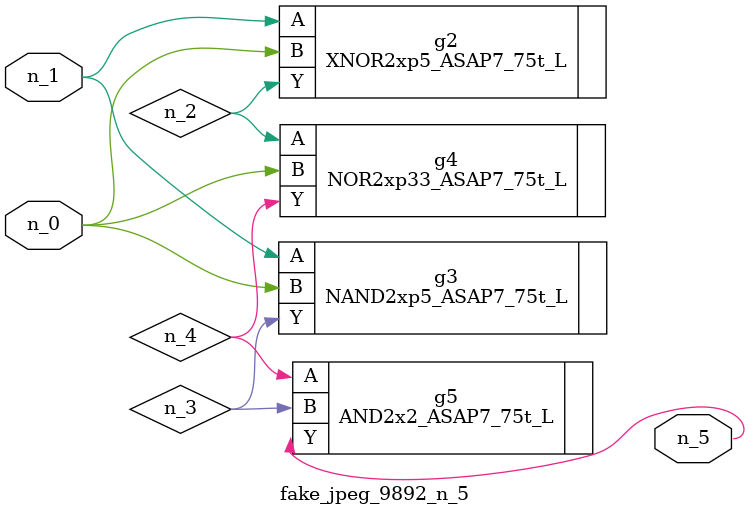
<source format=v>
module fake_jpeg_9892_n_5 (n_0, n_1, n_5);

input n_0;
input n_1;

output n_5;

wire n_3;
wire n_2;
wire n_4;

XNOR2xp5_ASAP7_75t_L g2 ( 
.A(n_1),
.B(n_0),
.Y(n_2)
);

NAND2xp5_ASAP7_75t_L g3 ( 
.A(n_1),
.B(n_0),
.Y(n_3)
);

NOR2xp33_ASAP7_75t_L g4 ( 
.A(n_2),
.B(n_0),
.Y(n_4)
);

AND2x2_ASAP7_75t_L g5 ( 
.A(n_4),
.B(n_3),
.Y(n_5)
);


endmodule
</source>
